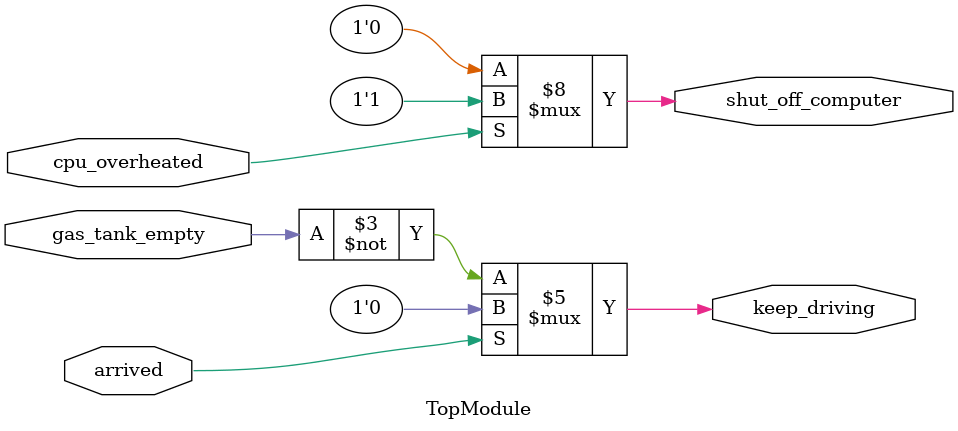
<source format=sv>
module TopModule (
    input logic cpu_overheated,     // 1-bit input indicating if the CPU is overheated
    input logic arrived,            // 1-bit input indicating if the destination has been arrived
    input logic gas_tank_empty,     // 1-bit input indicating if the gas tank is empty
    output logic shut_off_computer,  // 1-bit output to shut off the computer
    output logic keep_driving        // 1-bit output to keep driving
);

always @(*) begin
    // Default output values to prevent latch inference
    shut_off_computer = 1'b0;
    keep_driving = 1'b0;
    
    // Shut off the computer if the CPU is overheated
    if (cpu_overheated) begin
        shut_off_computer = 1'b1;
    end

    // Determine whether to keep driving based on arrival and gas status
    if (!arrived) begin
        keep_driving = ~gas_tank_empty;  // Keep driving if not arrived and gas tank is not empty
    end
end

endmodule
</source>
